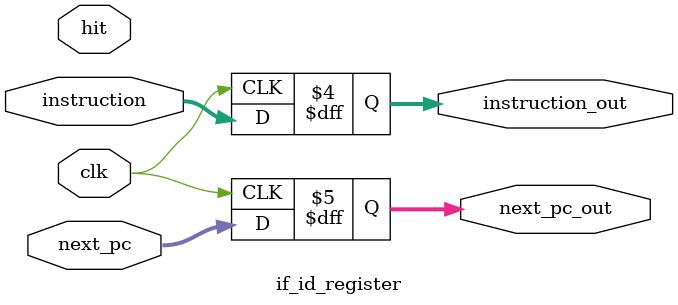
<source format=v>
`timescale 1ns / 1ps

module if_id_register(
	input clk,
	input hit,
	input [31:0] next_pc,
	input [31:0] instruction,
	output reg [31:0] instruction_out = 0,
	output reg [31:0] next_pc_out = 0
	);
	
	 always @(negedge clk)begin
		instruction_out = instruction;
		next_pc_out = next_pc;
	 end

endmodule
</source>
